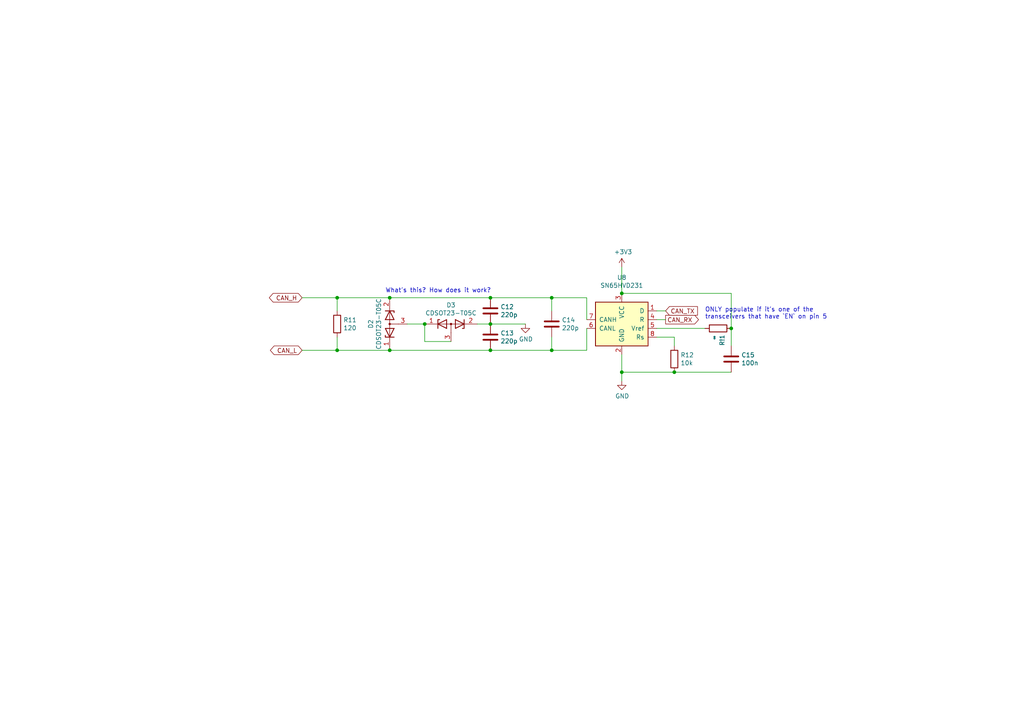
<source format=kicad_sch>
(kicad_sch (version 20211123) (generator eeschema)
  (paper "A4")
  (title_block (title "SDCL - CAN") (date "2021-12-16") (rev "v1.0") (company "FaSTTUBe - Formula Student Team TU Berlin") (comment 1 "Car 113") (comment 2 "EBS Electronics") (comment 3 "CAN Bus input/output stage"))
  (lib_symbols
    (symbol "Device:C" (pin_numbers hide) (pin_names (offset 0.254))
      (property "Reference" "C" (at 0.635 2.54 0))
      (property "Value" "C" (at 0.635 -2.54 0))
      (symbol "C_0_1"
        (polyline (pts (xy -2.032 -0.762) (xy 2.032 -0.762)) (stroke (width 0.508)))
        (polyline (pts (xy -2.032 0.762) (xy 2.032 0.762)) (stroke (width 0.508)))
      )
      (symbol "C_1_1"
        (pin passive line (at 0 3.81 270) (length 2.794) (name "~") (number "1"))
        (pin passive line (at 0 -3.81 90) (length 2.794) (name "~") (number "2"))
      )
    )
    (symbol "Device:D_Zener_x2_ACom_KKA" (pin_names (offset 0.762) hide)
      (property "Reference" "D" (at 1.27 -2.54 0))
      (property "Value" "Device_D_Zener_x2_ACom_KKA" (at 0 2.54 0))
      (symbol "D_Zener_x2_ACom_KKA_0_1"
        (polyline (pts (xy -3.556 0) (xy 3.81 0)))
        (polyline (pts (xy 0 0) (xy 0 -2.54)))
        (polyline (pts (xy -3.81 -1.27) (xy -3.81 1.27) (xy -3.302 1.27)) (stroke (width 0.254)))
        (polyline (pts (xy 3.302 -1.27) (xy 3.81 -1.27) (xy 3.81 1.27)) (stroke (width 0.254)))
        (polyline (pts (xy -1.27 -1.27) (xy -3.81 0) (xy -1.27 1.27) (xy -1.27 -1.27) (xy -1.27 -1.27) (xy -1.27 -1.27)) (stroke (width 0.254)))
        (polyline (pts (xy 1.27 1.27) (xy 3.81 0) (xy 1.27 -1.27) (xy 1.27 1.27) (xy 1.27 1.27) (xy 1.27 1.27)) (stroke (width 0.254)))
        (circle (center 0 0) (radius 0.254) (fill (type outline)))
        (pin passive line (at -7.62 0 0) (length 3.81) (name "K") (number "1"))
        (pin passive line (at 7.62 0 180) (length 3.81) (name "K") (number "2"))
        (pin passive line (at 0 -5.08 90) (length 2.54) (name "A") (number "3"))
      )
    )
    (symbol "Device:R" (pin_numbers hide) (pin_names (offset 0))
      (property "Reference" "R" (at 2.032 0 90))
      (property "Value" "R" (at 0 0 90))
      (symbol "R_0_1"
        (rectangle (start -1.016 -2.54) (end 1.016 2.54) (stroke (width 0.254)))
      )
      (symbol "R_1_1"
        (pin passive line (at 0 3.81 270) (length 1.27) (name "~") (number "1"))
        (pin passive line (at 0 -3.81 90) (length 1.27) (name "~") (number "2"))
      )
    )
    (symbol "Interface_CAN_LIN:SN65HVD231" (pin_names (offset 1.016))
      (property "Reference" "U" (at -2.54 10.16 0))
      (property "Value" "SN65HVD231" (at -2.54 7.62 0))
      (symbol "SN65HVD231_0_1"
        (rectangle (start -7.62 5.08) (end 7.62 -7.62) (stroke (width 0.254)) (fill (type background)))
      )
      (symbol "SN65HVD231_1_1"
        (pin input line (at -10.16 2.54 0) (length 2.54) (name "D") (number "1"))
        (pin power_in line (at 0 -10.16 90) (length 2.54) (name "GND") (number "2"))
        (pin power_in line (at 0 7.62 270) (length 2.54) (name "VCC") (number "3"))
        (pin output line (at -10.16 0 0) (length 2.54) (name "R") (number "4"))
        (pin output line (at -10.16 -2.54 0) (length 2.54) (name "Vref") (number "5"))
        (pin bidirectional line (at 10.16 -2.54 180) (length 2.54) (name "CANL") (number "6"))
        (pin bidirectional line (at 10.16 0 180) (length 2.54) (name "CANH") (number "7"))
        (pin input line (at -10.16 -5.08 0) (length 2.54) (name "Rs") (number "8"))
      )
    )
    (symbol "power:+3.3V" (power) (pin_names (offset 0))
      (property "Value" "+3.3V" (at 0 3.556 0))
      (symbol "+3.3V_0_1"
        (polyline (pts (xy -0.762 1.27) (xy 0 2.54)))
        (polyline (pts (xy 0 0) (xy 0 2.54)))
        (polyline (pts (xy 0 2.54) (xy 0.762 1.27)))
      )
      (symbol "+3.3V_1_1"
        (pin power_in line (at 0 0 90) (length 0) hide (name "+3V3") (number "1"))
      )
    )
    (symbol "power:GND" (power) (pin_names (offset 0))
      (property "Value" "GND" (at 0 -3.81 0))
      (symbol "GND_0_1"
        (polyline (pts (xy 0 0) (xy 0 -1.27) (xy 1.27 -1.27) (xy 0 -2.54) (xy -1.27 -1.27) (xy 0 -1.27)))
      )
      (symbol "GND_1_1"
        (pin power_in line (at 0 0 270) (length 0) hide (name "GND") (number "1"))
      )
    )
  )
  (junction (at 97.79 86.36))
  (junction (at 97.79 101.6))
  (junction (at 160.02 101.6))
  (junction (at 142.24 86.36))
  (junction (at 160.02 86.36))
  (junction (at 180.34 107.95))
  (junction (at 123.19 93.98))
  (junction (at 142.24 93.98))
  (junction (at 212.09 95.25))
  (junction (at 180.34 85.09))
  (junction (at 195.58 107.95))
  (junction (at 113.03 86.36))
  (junction (at 113.03 101.6))
  (junction (at 142.24 101.6))
  (wire (pts (xy 212.09 95.25) (xy 212.09 100.33)))
  (wire (pts (xy 193.04 92.71) (xy 190.5 92.71)))
  (wire (pts (xy 97.79 86.36) (xy 113.03 86.36)))
  (wire (pts (xy 212.09 85.09) (xy 180.34 85.09)))
  (wire (pts (xy 123.19 99.06) (xy 130.81 99.06)))
  (wire (pts (xy 97.79 101.6) (xy 97.79 97.79)))
  (wire (pts (xy 170.18 95.25) (xy 170.18 101.6)))
  (wire (pts (xy 97.79 86.36) (xy 87.63 86.36)))
  (wire (pts (xy 193.04 90.17) (xy 190.5 90.17)))
  (wire (pts (xy 152.4 93.98) (xy 142.24 93.98)))
  (wire (pts (xy 195.58 97.79) (xy 195.58 100.33)))
  (wire (pts (xy 170.18 86.36) (xy 170.18 92.71)))
  (wire (pts (xy 138.43 93.98) (xy 142.24 93.98)))
  (wire (pts (xy 212.09 107.95) (xy 195.58 107.95)))
  (wire (pts (xy 97.79 86.36) (xy 97.79 90.17)))
  (wire (pts (xy 142.24 86.36) (xy 160.02 86.36)))
  (wire (pts (xy 190.5 97.79) (xy 195.58 97.79)))
  (wire (pts (xy 87.63 101.6) (xy 97.79 101.6)))
  (wire (pts (xy 123.19 93.98) (xy 123.19 99.06)))
  (wire (pts (xy 180.34 107.95) (xy 195.58 107.95)))
  (wire (pts (xy 97.79 101.6) (xy 113.03 101.6)))
  (wire (pts (xy 204.47 95.25) (xy 190.5 95.25)))
  (wire (pts (xy 180.34 77.47) (xy 180.34 85.09)))
  (wire (pts (xy 160.02 86.36) (xy 160.02 90.17)))
  (wire (pts (xy 160.02 101.6) (xy 160.02 97.79)))
  (wire (pts (xy 113.03 101.6) (xy 142.24 101.6)))
  (wire (pts (xy 118.11 93.98) (xy 123.19 93.98)))
  (wire (pts (xy 212.09 85.09) (xy 212.09 95.25)))
  (wire (pts (xy 160.02 101.6) (xy 170.18 101.6)))
  (wire (pts (xy 113.03 86.36) (xy 142.24 86.36)))
  (wire (pts (xy 180.34 107.95) (xy 180.34 110.49)))
  (wire (pts (xy 180.34 102.87) (xy 180.34 107.95)))
  (wire (pts (xy 142.24 101.6) (xy 160.02 101.6)))
  (wire (pts (xy 160.02 86.36) (xy 170.18 86.36)))
  (text "ONLY populate if it's one of the\ntransceivers that have `EN` on pin 5" (at 204.47 92.71 0) (effects (font (size 1.27 1.27)) (justify left bottom)))
  (text "What's this? How does it work?" (at 111.76 85.09 0) (effects (font (size 1.27 1.27)) (justify left bottom)))
  (global_label "CAN_RX" (shape output) (at 193.04 92.71 0) (property "Intersheet References" "${INTERSHEET_REFS}" (effects hide)))
  (global_label "CAN_L" (shape bidirectional) (at 87.63 101.6 180) (property "Intersheet References" "${INTERSHEET_REFS}" (effects hide)))
  (global_label "CAN_H" (shape bidirectional) (at 87.63 86.36 180) (property "Intersheet References" "${INTERSHEET_REFS}" (effects hide)))
  (global_label "CAN_TX" (shape input) (at 193.04 90.17 0) (property "Intersheet References" "${INTERSHEET_REFS}" (effects hide)))
  (symbol (lib_id "Device:R") (at 195.58 104.14 0) (unit 1)
    (property "Reference" "R12" (at 197.358 102.9716 0) (effects (justify left)))
    (property "Value" "10k" (at 197.358 105.283 0) (effects (justify left)))
    (property "Footprint" "Resistor_SMD:R_0603_1608Metric_Pad1.05x0.95mm_HandSolder" (effects hide))
  )
  (symbol (lib_id "Device:R") (at 97.79 93.98 0) (unit 1)
    (property "Reference" "R11" (at 99.568 92.8116 0) (effects (justify left)))
    (property "Value" "120" (at 99.568 95.123 0) (effects (justify left)))
    (property "Footprint" "Resistor_SMD:R_0603_1608Metric_Pad1.05x0.95mm_HandSolder" (effects hide))
  )
  (symbol (lib_id "Device:C") (at 160.02 93.98 0) (unit 1)
    (property "Reference" "C14" (at 162.941 92.8116 0) (effects (justify left)))
    (property "Value" "220p" (at 162.941 95.123 0) (effects (justify left)))
    (property "Footprint" "Capacitor_SMD:C_0603_1608Metric_Pad1.05x0.95mm_HandSolder" (effects hide))
  )
  (symbol (lib_id "Device:C") (at 212.09 104.14 0) (unit 1)
    (property "Reference" "C15" (at 215.011 102.9716 0) (effects (justify left)))
    (property "Value" "100n" (at 215.011 105.283 0) (effects (justify left)))
    (property "Footprint" "Capacitor_SMD:C_0603_1608Metric_Pad1.05x0.95mm_HandSolder" (effects hide))
  )
  (symbol (lib_id "Device:C") (at 142.24 90.17 0) (unit 1)
    (property "Reference" "C12" (at 145.161 89.0016 0) (effects (justify left)))
    (property "Value" "220p" (at 145.161 91.313 0) (effects (justify left)))
    (property "Footprint" "Capacitor_SMD:C_0603_1608Metric_Pad1.05x0.95mm_HandSolder" (effects hide))
  )
  (symbol (lib_id "Device:C") (at 142.24 97.79 0) (unit 1)
    (property "Reference" "C13" (at 145.161 96.6216 0) (effects (justify left)))
    (property "Value" "220p" (at 145.161 98.933 0) (effects (justify left)))
    (property "Footprint" "Capacitor_SMD:C_0603_1608Metric_Pad1.05x0.95mm_HandSolder" (effects hide))
  )
  (symbol (lib_id "Device:D_Zener_x2_ACom_KKA") (at 113.03 93.98 90) (unit 1)
    (property "Reference" "D2" (at 107.5436 93.98 0))
    (property "Value" "CDSOT23-T05C" (at 109.855 93.98 0))
    (property "Footprint" "Package_TO_SOT_SMD:SOT-23" (effects hide))
  )
  (symbol (lib_id "Device:D_Zener_x2_ACom_KKA") (at 130.81 93.98 0) (unit 1)
    (property "Reference" "D3" (at 130.81 88.4936 0))
    (property "Value" "CDSOT23-T05C" (at 130.81 90.805 0))
    (property "Footprint" "Package_TO_SOT_SMD:SOT-23" (effects hide))
  )
  (symbol (lib_id "power:GND") (at 152.4 93.98 0) (unit 1)
    (property "Reference" "#PWR0142" (effects hide))
    (property "Value" "GND" (at 152.527 98.3742 0))
  )
  (symbol (lib_id "power:GND") (at 180.34 110.49 0) (unit 1)
    (property "Reference" "#PWR0143" (effects hide))
    (property "Value" "GND" (at 180.467 114.8842 0))
  )
  (symbol (lib_id "power:+3.3V") (at 180.34 77.47 0) (unit 1)
    (property "Reference" "#PWR0156" (effects hide))
    (property "Value" "+3.3V" (at 180.721 73.0758 0))
  )
  (symbol (lib_id "Device:R") (at 208.28 95.25 270) (unit 1)
    (property "Reference" "R!1" (at 209.4484 97.028 0) (effects (justify left)))
    (property "Value" "∞" (at 207.137 97.028 0) (effects (justify left)))
    (property "Footprint" "Resistor_SMD:R_0603_1608Metric_Pad1.05x0.95mm_HandSolder" (effects hide))
  )
  (symbol (lib_id "Interface_CAN_LIN:SN65HVD231") (at 180.34 92.71 0) (mirror y) (unit 1)
    (property "Reference" "U8" (at 180.34 80.4926 0))
    (property "Value" "SN65HVD231" (at 180.34 82.804 0))
    (property "Footprint" "Package_SO:SOIC-8_3.9x4.9mm_P1.27mm" (effects hide))
    (property "Datasheet" "http://www.ti.com/lit/ds/symlink/sn65hvd230.pdf" (effects hide))
  )
)
</source>
